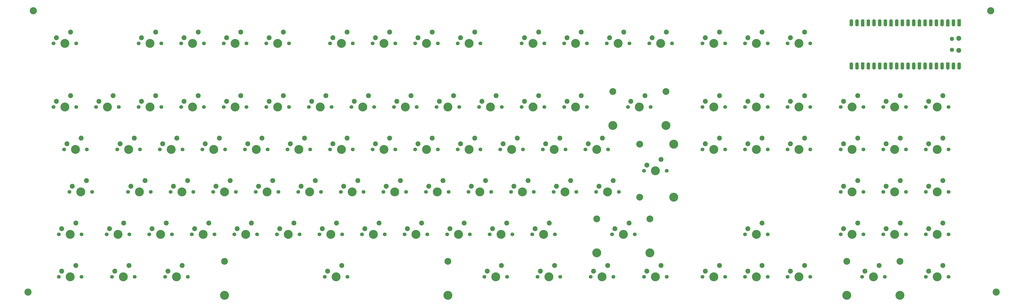
<source format=gbr>
%TF.GenerationSoftware,KiCad,Pcbnew,9.0.6*%
%TF.CreationDate,2026-01-11T11:58:47+00:00*%
%TF.ProjectId,keebv3,6b656562-7633-42e6-9b69-6361645f7063,rev?*%
%TF.SameCoordinates,Original*%
%TF.FileFunction,Soldermask,Top*%
%TF.FilePolarity,Negative*%
%FSLAX46Y46*%
G04 Gerber Fmt 4.6, Leading zero omitted, Abs format (unit mm)*
G04 Created by KiCad (PCBNEW 9.0.6) date 2026-01-11 11:58:47*
%MOMM*%
%LPD*%
G01*
G04 APERTURE LIST*
G04 Aperture macros list*
%AMRoundRect*
0 Rectangle with rounded corners*
0 $1 Rounding radius*
0 $2 $3 $4 $5 $6 $7 $8 $9 X,Y pos of 4 corners*
0 Add a 4 corners polygon primitive as box body*
4,1,4,$2,$3,$4,$5,$6,$7,$8,$9,$2,$3,0*
0 Add four circle primitives for the rounded corners*
1,1,$1+$1,$2,$3*
1,1,$1+$1,$4,$5*
1,1,$1+$1,$6,$7*
1,1,$1+$1,$8,$9*
0 Add four rect primitives between the rounded corners*
20,1,$1+$1,$2,$3,$4,$5,0*
20,1,$1+$1,$4,$5,$6,$7,0*
20,1,$1+$1,$6,$7,$8,$9,0*
20,1,$1+$1,$8,$9,$2,$3,0*%
%AMFreePoly0*
4,1,37,0.800000,0.796148,0.878414,0.796148,1.032228,0.765552,1.177117,0.705537,1.307515,0.618408,1.418408,0.507515,1.505537,0.377117,1.565552,0.232228,1.596148,0.078414,1.596148,-0.078414,1.565552,-0.232228,1.505537,-0.377117,1.418408,-0.507515,1.307515,-0.618408,1.177117,-0.705537,1.032228,-0.765552,0.878414,-0.796148,0.800000,-0.796148,0.800000,-0.800000,-1.400000,-0.800000,
-1.403843,-0.796157,-1.439018,-0.796157,-1.511114,-0.766294,-1.566294,-0.711114,-1.596157,-0.639018,-1.596157,-0.603843,-1.600000,-0.600000,-1.600000,0.600000,-1.596157,0.603843,-1.596157,0.639018,-1.566294,0.711114,-1.511114,0.766294,-1.439018,0.796157,-1.403843,0.796157,-1.400000,0.800000,0.800000,0.800000,0.800000,0.796148,0.800000,0.796148,$1*%
%AMFreePoly1*
4,1,37,1.403843,0.796157,1.439018,0.796157,1.511114,0.766294,1.566294,0.711114,1.596157,0.639018,1.596157,0.603843,1.600000,0.600000,1.600000,-0.600000,1.596157,-0.603843,1.596157,-0.639018,1.566294,-0.711114,1.511114,-0.766294,1.439018,-0.796157,1.403843,-0.796157,1.400000,-0.800000,-0.800000,-0.800000,-0.800000,-0.796148,-0.878414,-0.796148,-1.032228,-0.765552,-1.177117,-0.705537,
-1.307515,-0.618408,-1.418408,-0.507515,-1.505537,-0.377117,-1.565552,-0.232228,-1.596148,-0.078414,-1.596148,0.078414,-1.565552,0.232228,-1.505537,0.377117,-1.418408,0.507515,-1.307515,0.618408,-1.177117,0.705537,-1.032228,0.765552,-0.878414,0.796148,-0.800000,0.796148,-0.800000,0.800000,1.400000,0.800000,1.403843,0.796157,1.403843,0.796157,$1*%
%AMFreePoly2*
4,1,37,0.603843,0.796157,0.639018,0.796157,0.711114,0.766294,0.766294,0.711114,0.796157,0.639018,0.796157,0.603843,0.800000,0.600000,0.800000,-0.600000,0.796157,-0.603843,0.796157,-0.639018,0.766294,-0.711114,0.711114,-0.766294,0.639018,-0.796157,0.603843,-0.796157,0.600000,-0.800000,0.000000,-0.800000,0.000000,-0.796148,-0.078414,-0.796148,-0.232228,-0.765552,-0.377117,-0.705537,
-0.507515,-0.618408,-0.618408,-0.507515,-0.705537,-0.377117,-0.765552,-0.232228,-0.796148,-0.078414,-0.796148,0.078414,-0.765552,0.232228,-0.705537,0.377117,-0.618408,0.507515,-0.507515,0.618408,-0.377117,0.705537,-0.232228,0.765552,-0.078414,0.796148,0.000000,0.796148,0.000000,0.800000,0.600000,0.800000,0.603843,0.796157,0.603843,0.796157,$1*%
%AMFreePoly3*
4,1,37,0.000000,0.796148,0.078414,0.796148,0.232228,0.765552,0.377117,0.705537,0.507515,0.618408,0.618408,0.507515,0.705537,0.377117,0.765552,0.232228,0.796148,0.078414,0.796148,-0.078414,0.765552,-0.232228,0.705537,-0.377117,0.618408,-0.507515,0.507515,-0.618408,0.377117,-0.705537,0.232228,-0.765552,0.078414,-0.796148,0.000000,-0.796148,0.000000,-0.800000,-0.600000,-0.800000,
-0.603843,-0.796157,-0.639018,-0.796157,-0.711114,-0.766294,-0.766294,-0.711114,-0.796157,-0.639018,-0.796157,-0.603843,-0.800000,-0.600000,-0.800000,0.600000,-0.796157,0.603843,-0.796157,0.639018,-0.766294,0.711114,-0.711114,0.766294,-0.639018,0.796157,-0.603843,0.796157,-0.600000,0.800000,0.000000,0.800000,0.000000,0.796148,0.000000,0.796148,$1*%
G04 Aperture macros list end*
%ADD10C,1.700000*%
%ADD11C,4.000000*%
%ADD12C,2.200000*%
%ADD13C,3.200000*%
%ADD14C,1.850000*%
%ADD15FreePoly0,270.000000*%
%ADD16RoundRect,0.200000X-0.600000X0.600000X-0.600000X-0.600000X0.600000X-0.600000X0.600000X0.600000X0*%
%ADD17RoundRect,0.800000X-0.000010X0.800000X-0.000010X-0.800000X0.000010X-0.800000X0.000010X0.800000X0*%
%ADD18C,1.600000*%
%ADD19FreePoly1,270.000000*%
%ADD20FreePoly2,270.000000*%
%ADD21FreePoly3,270.000000*%
%ADD22C,3.050000*%
G04 APERTURE END LIST*
D10*
%TO.C,MX29*%
X259080000Y-71755000D03*
D11*
X264160000Y-71755000D03*
D10*
X269240000Y-71755000D03*
D12*
X266700000Y-66675000D03*
X260350000Y-69215000D03*
%TD*%
D10*
%TO.C,MX10*%
X240030000Y-43180000D03*
D11*
X245110000Y-43180000D03*
D10*
X250190000Y-43180000D03*
D12*
X247650000Y-38100000D03*
X241300000Y-40640000D03*
%TD*%
D10*
%TO.C,MX39*%
X78105000Y-90805000D03*
D11*
X83185000Y-90805000D03*
D10*
X88265000Y-90805000D03*
D12*
X85725000Y-85725000D03*
X79375000Y-88265000D03*
%TD*%
D10*
%TO.C,MX31*%
X320992500Y-71755000D03*
D11*
X326072500Y-71755000D03*
D10*
X331152500Y-71755000D03*
D12*
X328612500Y-66675000D03*
X322262500Y-69215000D03*
%TD*%
D10*
%TO.C,MX72*%
X421005000Y-109855000D03*
D11*
X426085000Y-109855000D03*
D10*
X431165000Y-109855000D03*
D12*
X428625000Y-104775000D03*
X422275000Y-107315000D03*
%TD*%
D13*
%TO.C,H2*%
X21431250Y-28575000D03*
%TD*%
D10*
%TO.C,MX15*%
X340042500Y-43180000D03*
D11*
X345122500Y-43180000D03*
D10*
X350202500Y-43180000D03*
D12*
X347662500Y-38100000D03*
X341312500Y-40640000D03*
%TD*%
D10*
%TO.C,MX48*%
X249555000Y-90805000D03*
D11*
X254635000Y-90805000D03*
D10*
X259715000Y-90805000D03*
D12*
X257175000Y-85725000D03*
X250825000Y-88265000D03*
%TD*%
D10*
%TO.C,MX40*%
X97155000Y-90805000D03*
D11*
X102235000Y-90805000D03*
D10*
X107315000Y-90805000D03*
D12*
X104775000Y-85725000D03*
X98425000Y-88265000D03*
%TD*%
D10*
%TO.C,MX42*%
X135255000Y-90805000D03*
D11*
X140335000Y-90805000D03*
D10*
X145415000Y-90805000D03*
D12*
X142875000Y-85725000D03*
X136525000Y-88265000D03*
%TD*%
D10*
%TO.C,MX24*%
X163830000Y-71755000D03*
D11*
X168910000Y-71755000D03*
D10*
X173990000Y-71755000D03*
D12*
X171450000Y-66675000D03*
X165100000Y-69215000D03*
%TD*%
D13*
%TO.C,H1*%
X19050000Y-154781250D03*
%TD*%
D10*
%TO.C,MX4*%
X106680000Y-43180000D03*
D11*
X111760000Y-43180000D03*
D10*
X116840000Y-43180000D03*
D12*
X114300000Y-38100000D03*
X107950000Y-40640000D03*
%TD*%
D10*
%TO.C,MX95*%
X247173750Y-147955000D03*
D11*
X252253750Y-147955000D03*
D10*
X257333750Y-147955000D03*
D12*
X254793750Y-142875000D03*
X248443750Y-145415000D03*
%TD*%
D10*
%TO.C,MX35*%
X401955000Y-71755000D03*
D11*
X407035000Y-71755000D03*
D10*
X412115000Y-71755000D03*
D12*
X409575000Y-66675000D03*
X403225000Y-69215000D03*
%TD*%
%TO.C,A1*%
X435720000Y-40905000D03*
D14*
X432690000Y-41205000D03*
X432690000Y-46055000D03*
D12*
X435720000Y-46355000D03*
D15*
X435850000Y-33940000D03*
D16*
X435850000Y-34740000D03*
D17*
X433310000Y-33940000D03*
D18*
X433310000Y-34740000D03*
D19*
X430770000Y-33940000D03*
D20*
X430770000Y-34740000D03*
D17*
X428230000Y-33940000D03*
D18*
X428230000Y-34740000D03*
D17*
X425690000Y-33940000D03*
D18*
X425690000Y-34740000D03*
D17*
X423150000Y-33940000D03*
D18*
X423150000Y-34740000D03*
D17*
X420610000Y-33940000D03*
D18*
X420610000Y-34740000D03*
D19*
X418070000Y-33940000D03*
D20*
X418070000Y-34740000D03*
D17*
X415530000Y-33940000D03*
D18*
X415530000Y-34740000D03*
D17*
X412990000Y-33940000D03*
D18*
X412990000Y-34740000D03*
D17*
X410450000Y-33940000D03*
D18*
X410450000Y-34740000D03*
D17*
X407910000Y-33940000D03*
D18*
X407910000Y-34740000D03*
D19*
X405370000Y-33940000D03*
D20*
X405370000Y-34740000D03*
D17*
X402830000Y-33940000D03*
D18*
X402830000Y-34740000D03*
D17*
X400290000Y-33940000D03*
D18*
X400290000Y-34740000D03*
D17*
X397750000Y-33940000D03*
D18*
X397750000Y-34740000D03*
D17*
X395210000Y-33940000D03*
D18*
X395210000Y-34740000D03*
D19*
X392670000Y-33940000D03*
D20*
X392670000Y-34740000D03*
D17*
X390130000Y-33940000D03*
D18*
X390130000Y-34740000D03*
D17*
X387590000Y-33940000D03*
D18*
X387590000Y-34740000D03*
X387590000Y-52520000D03*
D17*
X387590000Y-53320000D03*
D18*
X390130000Y-52520000D03*
D17*
X390130000Y-53320000D03*
D21*
X392670000Y-52520000D03*
D15*
X392670000Y-53320000D03*
D18*
X395210000Y-52520000D03*
D17*
X395210000Y-53320000D03*
D18*
X397750000Y-52520000D03*
D17*
X397750000Y-53320000D03*
D18*
X400290000Y-52520000D03*
D17*
X400290000Y-53320000D03*
D18*
X402830000Y-52520000D03*
D17*
X402830000Y-53320000D03*
D21*
X405370000Y-52520000D03*
D15*
X405370000Y-53320000D03*
D18*
X407910000Y-52520000D03*
D17*
X407910000Y-53320000D03*
D18*
X410450000Y-52520000D03*
D17*
X410450000Y-53320000D03*
D18*
X412990000Y-52520000D03*
D17*
X412990000Y-53320000D03*
D18*
X415530000Y-52520000D03*
D17*
X415530000Y-53320000D03*
D21*
X418070000Y-52520000D03*
D15*
X418070000Y-53320000D03*
D18*
X420610000Y-52520000D03*
D17*
X420610000Y-53320000D03*
D18*
X423150000Y-52520000D03*
D17*
X423150000Y-53320000D03*
D18*
X425690000Y-52520000D03*
D17*
X425690000Y-53320000D03*
D18*
X428230000Y-52520000D03*
D17*
X428230000Y-53320000D03*
D21*
X430770000Y-52520000D03*
D15*
X430770000Y-53320000D03*
D18*
X433310000Y-52520000D03*
D17*
X433310000Y-53320000D03*
D18*
X435850000Y-52520000D03*
D17*
X435850000Y-53320000D03*
%TD*%
D10*
%TO.C,MX89*%
X421005000Y-128905000D03*
D11*
X426085000Y-128905000D03*
D10*
X431165000Y-128905000D03*
D12*
X428625000Y-123825000D03*
X422275000Y-126365000D03*
%TD*%
D10*
%TO.C,MX75*%
X73342500Y-128905000D03*
D11*
X78422500Y-128905000D03*
D10*
X83502500Y-128905000D03*
D12*
X80962500Y-123825000D03*
X74612500Y-126365000D03*
%TD*%
D10*
%TO.C,MX63*%
X159067500Y-109855000D03*
D11*
X164147500Y-109855000D03*
D10*
X169227500Y-109855000D03*
D12*
X166687500Y-104775000D03*
X160337500Y-107315000D03*
%TD*%
D10*
%TO.C,MX46*%
X211455000Y-90805000D03*
D11*
X216535000Y-90805000D03*
D10*
X221615000Y-90805000D03*
D12*
X219075000Y-85725000D03*
X212725000Y-88265000D03*
%TD*%
D10*
%TO.C,MX91*%
X56673750Y-147955000D03*
D11*
X61753750Y-147955000D03*
D10*
X66833750Y-147955000D03*
D12*
X64293750Y-142875000D03*
X57943750Y-145415000D03*
%TD*%
D10*
%TO.C,MX23*%
X144780000Y-71755000D03*
D11*
X149860000Y-71755000D03*
D10*
X154940000Y-71755000D03*
D12*
X152400000Y-66675000D03*
X146050000Y-69215000D03*
%TD*%
D10*
%TO.C,MX1*%
X30480000Y-43180000D03*
D11*
X35560000Y-43180000D03*
D10*
X40640000Y-43180000D03*
D12*
X38100000Y-38100000D03*
X31750000Y-40640000D03*
%TD*%
D10*
%TO.C,MX5*%
X125730000Y-43180000D03*
D11*
X130810000Y-43180000D03*
D10*
X135890000Y-43180000D03*
D12*
X133350000Y-38100000D03*
X127000000Y-40640000D03*
%TD*%
D10*
%TO.C,MX98*%
X320992500Y-147955000D03*
D11*
X326072500Y-147955000D03*
D10*
X331152500Y-147955000D03*
D12*
X328612500Y-142875000D03*
X322262500Y-145415000D03*
%TD*%
D10*
%TO.C,MX22*%
X125730000Y-71755000D03*
D11*
X130810000Y-71755000D03*
D10*
X135890000Y-71755000D03*
D12*
X133350000Y-66675000D03*
X127000000Y-69215000D03*
%TD*%
D10*
%TO.C,MX17*%
X30480000Y-71755000D03*
D11*
X35560000Y-71755000D03*
D10*
X40640000Y-71755000D03*
D12*
X38100000Y-66675000D03*
X31750000Y-69215000D03*
%TD*%
D10*
%TO.C,MX62*%
X140017500Y-109855000D03*
D11*
X145097500Y-109855000D03*
D10*
X150177500Y-109855000D03*
D12*
X147637500Y-104775000D03*
X141287500Y-107315000D03*
%TD*%
D10*
%TO.C,MX78*%
X130492500Y-128905000D03*
D11*
X135572500Y-128905000D03*
D10*
X140652500Y-128905000D03*
D12*
X138112500Y-123825000D03*
X131762500Y-126365000D03*
%TD*%
D10*
%TO.C,MX74*%
X54292500Y-128905000D03*
D11*
X59372500Y-128905000D03*
D10*
X64452500Y-128905000D03*
D12*
X61912500Y-123825000D03*
X55562500Y-126365000D03*
%TD*%
D22*
%TO.C,MX93*%
X107003750Y-140955000D03*
D11*
X107003750Y-156195000D03*
D10*
X151923750Y-147955000D03*
D11*
X157003750Y-147955000D03*
D10*
X162083750Y-147955000D03*
D22*
X207003750Y-140955000D03*
D11*
X207003750Y-156195000D03*
D12*
X159543750Y-142875000D03*
X153193750Y-145415000D03*
%TD*%
D10*
%TO.C,MX25*%
X182880000Y-71755000D03*
D11*
X187960000Y-71755000D03*
D10*
X193040000Y-71755000D03*
D12*
X190500000Y-66675000D03*
X184150000Y-69215000D03*
%TD*%
D10*
%TO.C,MX55*%
X401955000Y-90805000D03*
D11*
X407035000Y-90805000D03*
D10*
X412115000Y-90805000D03*
D12*
X409575000Y-85725000D03*
X403225000Y-88265000D03*
%TD*%
D10*
%TO.C,MX59*%
X82867500Y-109855000D03*
D11*
X87947500Y-109855000D03*
D10*
X93027500Y-109855000D03*
D12*
X90487500Y-104775000D03*
X84137500Y-107315000D03*
%TD*%
D10*
%TO.C,MX81*%
X187642500Y-128905000D03*
D11*
X192722500Y-128905000D03*
D10*
X197802500Y-128905000D03*
D12*
X195262500Y-123825000D03*
X188912500Y-126365000D03*
%TD*%
D10*
%TO.C,MX26*%
X201930000Y-71755000D03*
D11*
X207010000Y-71755000D03*
D10*
X212090000Y-71755000D03*
D12*
X209550000Y-66675000D03*
X203200000Y-69215000D03*
%TD*%
D10*
%TO.C,MX79*%
X149542500Y-128905000D03*
D11*
X154622500Y-128905000D03*
D10*
X159702500Y-128905000D03*
D12*
X157162500Y-123825000D03*
X150812500Y-126365000D03*
%TD*%
D10*
%TO.C,MX11*%
X259080000Y-43180000D03*
D11*
X264160000Y-43180000D03*
D10*
X269240000Y-43180000D03*
D12*
X266700000Y-38100000D03*
X260350000Y-40640000D03*
%TD*%
D10*
%TO.C,MX32*%
X340042500Y-71755000D03*
D11*
X345122500Y-71755000D03*
D10*
X350202500Y-71755000D03*
D12*
X347662500Y-66675000D03*
X341312500Y-69215000D03*
%TD*%
D10*
%TO.C,MX49*%
X268605000Y-90805000D03*
D11*
X273685000Y-90805000D03*
D10*
X278765000Y-90805000D03*
D12*
X276225000Y-85725000D03*
X269875000Y-88265000D03*
%TD*%
D10*
%TO.C,MX27*%
X220980000Y-71755000D03*
D11*
X226060000Y-71755000D03*
D10*
X231140000Y-71755000D03*
D12*
X228600000Y-66675000D03*
X222250000Y-69215000D03*
%TD*%
D10*
%TO.C,MX44*%
X173355000Y-90805000D03*
D11*
X178435000Y-90805000D03*
D10*
X183515000Y-90805000D03*
D12*
X180975000Y-85725000D03*
X174625000Y-88265000D03*
%TD*%
D10*
%TO.C,MX41*%
X116205000Y-90805000D03*
D11*
X121285000Y-90805000D03*
D10*
X126365000Y-90805000D03*
D12*
X123825000Y-85725000D03*
X117475000Y-88265000D03*
%TD*%
D10*
%TO.C,MX96*%
X270986250Y-147955000D03*
D11*
X276066250Y-147955000D03*
D10*
X281146250Y-147955000D03*
D12*
X278606250Y-142875000D03*
X272256250Y-145415000D03*
%TD*%
D10*
%TO.C,MX86*%
X340042500Y-128905000D03*
D11*
X345122500Y-128905000D03*
D10*
X350202500Y-128905000D03*
D12*
X347662500Y-123825000D03*
X341312500Y-126365000D03*
%TD*%
D22*
%TO.C,MX85*%
X273691250Y-121905000D03*
D11*
X273691250Y-137145000D03*
D10*
X280511250Y-128905000D03*
D11*
X285591250Y-128905000D03*
D10*
X290671250Y-128905000D03*
D22*
X297491250Y-121905000D03*
D11*
X297491250Y-137145000D03*
D12*
X288131250Y-123825000D03*
X281781250Y-126365000D03*
%TD*%
D10*
%TO.C,MX71*%
X401955000Y-109855000D03*
D11*
X407035000Y-109855000D03*
D10*
X412115000Y-109855000D03*
D12*
X409575000Y-104775000D03*
X403225000Y-107315000D03*
%TD*%
D22*
%TO.C,MX101*%
X385610000Y-140955000D03*
D11*
X385610000Y-156195000D03*
D10*
X392430000Y-147955000D03*
D11*
X397510000Y-147955000D03*
D10*
X402590000Y-147955000D03*
D22*
X409410000Y-140955000D03*
D11*
X409410000Y-156195000D03*
D12*
X400050000Y-142875000D03*
X393700000Y-145415000D03*
%TD*%
D10*
%TO.C,MX64*%
X178117500Y-109855000D03*
D11*
X183197500Y-109855000D03*
D10*
X188277500Y-109855000D03*
D12*
X185737500Y-104775000D03*
X179387500Y-107315000D03*
%TD*%
D10*
%TO.C,MX56*%
X421005000Y-90805000D03*
D11*
X426085000Y-90805000D03*
D10*
X431165000Y-90805000D03*
D12*
X428625000Y-85725000D03*
X422275000Y-88265000D03*
%TD*%
D10*
%TO.C,MX18*%
X49530000Y-71755000D03*
D11*
X54610000Y-71755000D03*
D10*
X59690000Y-71755000D03*
D12*
X57150000Y-66675000D03*
X50800000Y-69215000D03*
%TD*%
D10*
%TO.C,MX80*%
X168592500Y-128905000D03*
D11*
X173672500Y-128905000D03*
D10*
X178752500Y-128905000D03*
D12*
X176212500Y-123825000D03*
X169862500Y-126365000D03*
%TD*%
D10*
%TO.C,MX6*%
X154305000Y-43180000D03*
D11*
X159385000Y-43180000D03*
D10*
X164465000Y-43180000D03*
D12*
X161925000Y-38100000D03*
X155575000Y-40640000D03*
%TD*%
D10*
%TO.C,MX53*%
X359092500Y-90805000D03*
D11*
X364172500Y-90805000D03*
D10*
X369252500Y-90805000D03*
D12*
X366712500Y-85725000D03*
X360362500Y-88265000D03*
%TD*%
D10*
%TO.C,MX12*%
X278130000Y-43180000D03*
D11*
X283210000Y-43180000D03*
D10*
X288290000Y-43180000D03*
D12*
X285750000Y-38100000D03*
X279400000Y-40640000D03*
%TD*%
D10*
%TO.C,MX94*%
X223361250Y-147955000D03*
D11*
X228441250Y-147955000D03*
D10*
X233521250Y-147955000D03*
D12*
X230981250Y-142875000D03*
X224631250Y-145415000D03*
%TD*%
D22*
%TO.C,MX30*%
X280835000Y-64755000D03*
D11*
X280835000Y-79995000D03*
D10*
X287655000Y-71755000D03*
D11*
X292735000Y-71755000D03*
D10*
X297815000Y-71755000D03*
D22*
X304635000Y-64755000D03*
D11*
X304635000Y-79995000D03*
D12*
X295275000Y-66675000D03*
X288925000Y-69215000D03*
%TD*%
D10*
%TO.C,MX47*%
X230505000Y-90805000D03*
D11*
X235585000Y-90805000D03*
D10*
X240665000Y-90805000D03*
D12*
X238125000Y-85725000D03*
X231775000Y-88265000D03*
%TD*%
D10*
%TO.C,MX82*%
X206692500Y-128905000D03*
D11*
X211772500Y-128905000D03*
D10*
X216852500Y-128905000D03*
D12*
X214312500Y-123825000D03*
X207962500Y-126365000D03*
%TD*%
D22*
%TO.C,MX50*%
X292878750Y-88430000D03*
X292878750Y-112230000D03*
D10*
X294798750Y-100330000D03*
D11*
X299878750Y-100330000D03*
D10*
X304958750Y-100330000D03*
D11*
X308118750Y-88430000D03*
X308118750Y-112230000D03*
D12*
X302418750Y-95250000D03*
X296068750Y-97790000D03*
%TD*%
D10*
%TO.C,MX73*%
X32861250Y-128905000D03*
D11*
X37941250Y-128905000D03*
D10*
X43021250Y-128905000D03*
D12*
X40481250Y-123825000D03*
X34131250Y-126365000D03*
%TD*%
D10*
%TO.C,MX92*%
X80486250Y-147955000D03*
D11*
X85566250Y-147955000D03*
D10*
X90646250Y-147955000D03*
D12*
X88106250Y-142875000D03*
X81756250Y-145415000D03*
%TD*%
D10*
%TO.C,MX69*%
X273367500Y-109855000D03*
D11*
X278447500Y-109855000D03*
D10*
X283527500Y-109855000D03*
D12*
X280987500Y-104775000D03*
X274637500Y-107315000D03*
%TD*%
D10*
%TO.C,MX37*%
X35242500Y-90805000D03*
D11*
X40322500Y-90805000D03*
D10*
X45402500Y-90805000D03*
D12*
X42862500Y-85725000D03*
X36512500Y-88265000D03*
%TD*%
D10*
%TO.C,MX60*%
X101917500Y-109855000D03*
D11*
X106997500Y-109855000D03*
D10*
X112077500Y-109855000D03*
D12*
X109537500Y-104775000D03*
X103187500Y-107315000D03*
%TD*%
D10*
%TO.C,MX77*%
X111442500Y-128905000D03*
D11*
X116522500Y-128905000D03*
D10*
X121602500Y-128905000D03*
D12*
X119062500Y-123825000D03*
X112712500Y-126365000D03*
%TD*%
D10*
%TO.C,MX52*%
X340042500Y-90805000D03*
D11*
X345122500Y-90805000D03*
D10*
X350202500Y-90805000D03*
D12*
X347662500Y-85725000D03*
X341312500Y-88265000D03*
%TD*%
D13*
%TO.C,H4*%
X452437500Y-154781250D03*
%TD*%
D10*
%TO.C,MX28*%
X240030000Y-71755000D03*
D11*
X245110000Y-71755000D03*
D10*
X250190000Y-71755000D03*
D12*
X247650000Y-66675000D03*
X241300000Y-69215000D03*
%TD*%
D10*
%TO.C,MX97*%
X294798750Y-147955000D03*
D11*
X299878750Y-147955000D03*
D10*
X304958750Y-147955000D03*
D12*
X302418750Y-142875000D03*
X296068750Y-145415000D03*
%TD*%
D10*
%TO.C,MX76*%
X92392500Y-128905000D03*
D11*
X97472500Y-128905000D03*
D10*
X102552500Y-128905000D03*
D12*
X100012500Y-123825000D03*
X93662500Y-126365000D03*
%TD*%
D10*
%TO.C,MX8*%
X192405000Y-43180000D03*
D11*
X197485000Y-43180000D03*
D10*
X202565000Y-43180000D03*
D12*
X200025000Y-38100000D03*
X193675000Y-40640000D03*
%TD*%
D10*
%TO.C,MX2*%
X68580000Y-43180000D03*
D11*
X73660000Y-43180000D03*
D10*
X78740000Y-43180000D03*
D12*
X76200000Y-38100000D03*
X69850000Y-40640000D03*
%TD*%
D10*
%TO.C,MX43*%
X154305000Y-90805000D03*
D11*
X159385000Y-90805000D03*
D10*
X164465000Y-90805000D03*
D12*
X161925000Y-85725000D03*
X155575000Y-88265000D03*
%TD*%
D10*
%TO.C,MX33*%
X359092500Y-71755000D03*
D11*
X364172500Y-71755000D03*
D10*
X369252500Y-71755000D03*
D12*
X366712500Y-66675000D03*
X360362500Y-69215000D03*
%TD*%
D10*
%TO.C,MX58*%
X63817500Y-109855000D03*
D11*
X68897500Y-109855000D03*
D10*
X73977500Y-109855000D03*
D12*
X71437500Y-104775000D03*
X65087500Y-107315000D03*
%TD*%
D10*
%TO.C,MX61*%
X120967500Y-109855000D03*
D11*
X126047500Y-109855000D03*
D10*
X131127500Y-109855000D03*
D12*
X128587500Y-104775000D03*
X122237500Y-107315000D03*
%TD*%
D13*
%TO.C,H3*%
X450056250Y-28575000D03*
%TD*%
D10*
%TO.C,MX88*%
X401955000Y-128905000D03*
D11*
X407035000Y-128905000D03*
D10*
X412115000Y-128905000D03*
D12*
X409575000Y-123825000D03*
X403225000Y-126365000D03*
%TD*%
D10*
%TO.C,MX99*%
X340042500Y-147955000D03*
D11*
X345122500Y-147955000D03*
D10*
X350202500Y-147955000D03*
D12*
X347662500Y-142875000D03*
X341312500Y-145415000D03*
%TD*%
D10*
%TO.C,MX66*%
X216217500Y-109855000D03*
D11*
X221297500Y-109855000D03*
D10*
X226377500Y-109855000D03*
D12*
X223837500Y-104775000D03*
X217487500Y-107315000D03*
%TD*%
D10*
%TO.C,MX38*%
X59055000Y-90805000D03*
D11*
X64135000Y-90805000D03*
D10*
X69215000Y-90805000D03*
D12*
X66675000Y-85725000D03*
X60325000Y-88265000D03*
%TD*%
D10*
%TO.C,MX70*%
X382905000Y-109855000D03*
D11*
X387985000Y-109855000D03*
D10*
X393065000Y-109855000D03*
D12*
X390525000Y-104775000D03*
X384175000Y-107315000D03*
%TD*%
D10*
%TO.C,MX16*%
X359092500Y-43180000D03*
D11*
X364172500Y-43180000D03*
D10*
X369252500Y-43180000D03*
D12*
X366712500Y-38100000D03*
X360362500Y-40640000D03*
%TD*%
D10*
%TO.C,MX20*%
X87630000Y-71755000D03*
D11*
X92710000Y-71755000D03*
D10*
X97790000Y-71755000D03*
D12*
X95250000Y-66675000D03*
X88900000Y-69215000D03*
%TD*%
D10*
%TO.C,MX83*%
X225742500Y-128905000D03*
D11*
X230822500Y-128905000D03*
D10*
X235902500Y-128905000D03*
D12*
X233362500Y-123825000D03*
X227012500Y-126365000D03*
%TD*%
D10*
%TO.C,MX102*%
X421005000Y-147955000D03*
D11*
X426085000Y-147955000D03*
D10*
X431165000Y-147955000D03*
D12*
X428625000Y-142875000D03*
X422275000Y-145415000D03*
%TD*%
D10*
%TO.C,MX90*%
X32861250Y-147955000D03*
D11*
X37941250Y-147955000D03*
D10*
X43021250Y-147955000D03*
D12*
X40481250Y-142875000D03*
X34131250Y-145415000D03*
%TD*%
D10*
%TO.C,MX100*%
X359092500Y-147955000D03*
D11*
X364172500Y-147955000D03*
D10*
X369252500Y-147955000D03*
D12*
X366712500Y-142875000D03*
X360362500Y-145415000D03*
%TD*%
D10*
%TO.C,MX54*%
X382905000Y-90805000D03*
D11*
X387985000Y-90805000D03*
D10*
X393065000Y-90805000D03*
D12*
X390525000Y-85725000D03*
X384175000Y-88265000D03*
%TD*%
D10*
%TO.C,MX13*%
X297180000Y-43180000D03*
D11*
X302260000Y-43180000D03*
D10*
X307340000Y-43180000D03*
D12*
X304800000Y-38100000D03*
X298450000Y-40640000D03*
%TD*%
D10*
%TO.C,MX34*%
X382905000Y-71755000D03*
D11*
X387985000Y-71755000D03*
D10*
X393065000Y-71755000D03*
D12*
X390525000Y-66675000D03*
X384175000Y-69215000D03*
%TD*%
D10*
%TO.C,MX87*%
X382905000Y-128905000D03*
D11*
X387985000Y-128905000D03*
D10*
X393065000Y-128905000D03*
D12*
X390525000Y-123825000D03*
X384175000Y-126365000D03*
%TD*%
D10*
%TO.C,MX3*%
X87630000Y-43180000D03*
D11*
X92710000Y-43180000D03*
D10*
X97790000Y-43180000D03*
D12*
X95250000Y-38100000D03*
X88900000Y-40640000D03*
%TD*%
D10*
%TO.C,MX67*%
X235267500Y-109855000D03*
D11*
X240347500Y-109855000D03*
D10*
X245427500Y-109855000D03*
D12*
X242887500Y-104775000D03*
X236537500Y-107315000D03*
%TD*%
D10*
%TO.C,MX57*%
X37623750Y-109855000D03*
D11*
X42703750Y-109855000D03*
D10*
X47783750Y-109855000D03*
D12*
X45243750Y-104775000D03*
X38893750Y-107315000D03*
%TD*%
D10*
%TO.C,MX14*%
X320992500Y-43180000D03*
D11*
X326072500Y-43180000D03*
D10*
X331152500Y-43180000D03*
D12*
X328612500Y-38100000D03*
X322262500Y-40640000D03*
%TD*%
D10*
%TO.C,MX68*%
X254317500Y-109855000D03*
D11*
X259397500Y-109855000D03*
D10*
X264477500Y-109855000D03*
D12*
X261937500Y-104775000D03*
X255587500Y-107315000D03*
%TD*%
D10*
%TO.C,MX36*%
X421005000Y-71755000D03*
D11*
X426085000Y-71755000D03*
D10*
X431165000Y-71755000D03*
D12*
X428625000Y-66675000D03*
X422275000Y-69215000D03*
%TD*%
D10*
%TO.C,MX9*%
X211455000Y-43180000D03*
D11*
X216535000Y-43180000D03*
D10*
X221615000Y-43180000D03*
D12*
X219075000Y-38100000D03*
X212725000Y-40640000D03*
%TD*%
D10*
%TO.C,MX21*%
X106680000Y-71755000D03*
D11*
X111760000Y-71755000D03*
D10*
X116840000Y-71755000D03*
D12*
X114300000Y-66675000D03*
X107950000Y-69215000D03*
%TD*%
D10*
%TO.C,MX7*%
X173355000Y-43180000D03*
D11*
X178435000Y-43180000D03*
D10*
X183515000Y-43180000D03*
D12*
X180975000Y-38100000D03*
X174625000Y-40640000D03*
%TD*%
D10*
%TO.C,MX84*%
X244792500Y-128905000D03*
D11*
X249872500Y-128905000D03*
D10*
X254952500Y-128905000D03*
D12*
X252412500Y-123825000D03*
X246062500Y-126365000D03*
%TD*%
D10*
%TO.C,MX45*%
X192405000Y-90805000D03*
D11*
X197485000Y-90805000D03*
D10*
X202565000Y-90805000D03*
D12*
X200025000Y-85725000D03*
X193675000Y-88265000D03*
%TD*%
D10*
%TO.C,MX51*%
X320992500Y-90805000D03*
D11*
X326072500Y-90805000D03*
D10*
X331152500Y-90805000D03*
D12*
X328612500Y-85725000D03*
X322262500Y-88265000D03*
%TD*%
D10*
%TO.C,MX65*%
X197167500Y-109855000D03*
D11*
X202247500Y-109855000D03*
D10*
X207327500Y-109855000D03*
D12*
X204787500Y-104775000D03*
X198437500Y-107315000D03*
%TD*%
D10*
%TO.C,MX19*%
X68580000Y-71755000D03*
D11*
X73660000Y-71755000D03*
D10*
X78740000Y-71755000D03*
D12*
X76200000Y-66675000D03*
X69850000Y-69215000D03*
%TD*%
M02*

</source>
